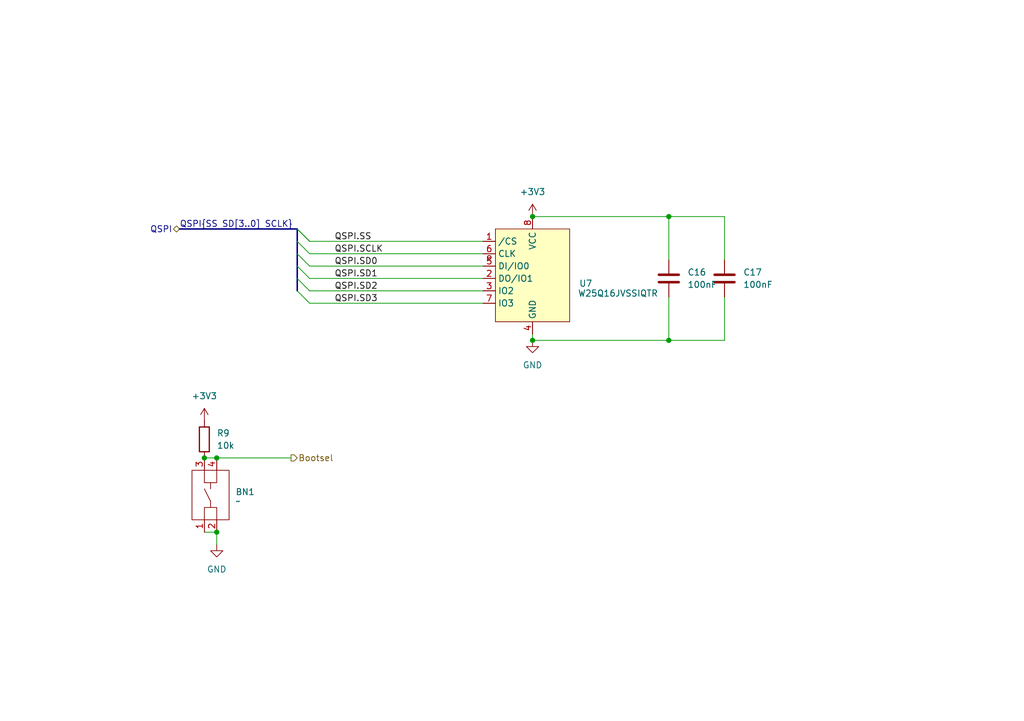
<source format=kicad_sch>
(kicad_sch (version 20250114) (generator "eeschema") (generator_version "9.0")
  (paper "A5")
  (lib_symbols
    (symbol "Device:C" (pin_numbers (hide yes)) (pin_names (offset 0.254))
      (property "Reference" "C" (at 0.635 2.54 0))
      (property "Value" "C" (at 0.635 -2.54 0))
      (symbol "C_0_1"
        (polyline (pts (xy -2.032 0.762) (xy 2.032 0.762)) (stroke (width 0.508)))
        (polyline (pts (xy -2.032 -0.762) (xy 2.032 -0.762)) (stroke (width 0.508)))
      )
      (symbol "C_1_1"
        (pin passive line (at 0 3.81 270) (length 2.794) (name "~") (number "1"))
        (pin passive line (at 0 -3.81 90) (length 2.794) (name "~") (number "2"))
      )
    )
    (symbol "Device:R" (pin_numbers (hide yes)) (pin_names (offset 0))
      (property "Reference" "R" (at 2.032 0 90))
      (property "Value" "R" (at 0 0 90))
      (symbol "R_0_1"
        (rectangle (start -1.016 -2.54) (end 1.016 2.54) (stroke (width 0.254)))
      )
      (symbol "R_1_1"
        (pin passive line (at 0 3.81 270) (length 1.27) (name "~") (number "1"))
        (pin passive line (at 0 -3.81 90) (length 1.27) (name "~") (number "2"))
      )
    )
    (symbol "components:Button"
      (property "Reference" "BN" (at -4.064 4.826 0))
      (symbol "Button_0_1"
        (rectangle (start -5.08 3.81) (end 5.08 -3.81))
        (polyline (pts (xy -5.08 1.27) (xy -2.54 1.27) (xy -2.54 -1.27) (xy -5.08 -1.27)))
        (polyline (pts (xy -2.54 0) (xy -1.27 0)))
        (polyline (pts (xy -1.27 0) (xy 1.27 1.27)))
        (polyline (pts (xy 1.27 0) (xy 2.54 0)))
        (polyline (pts (xy 5.08 1.27) (xy 2.54 1.27) (xy 2.54 -1.27) (xy 5.08 -1.27)))
      )
      (symbol "Button_1_1"
        (pin passive line (at -7.62 1.27 0) (length 2.54) (name "") (number "1"))
        (pin passive line (at -7.62 -1.27 0) (length 2.54) (name "") (number "2"))
        (pin passive line (at 7.62 1.27 180) (length 2.54) (name "") (number "3"))
        (pin passive line (at 7.62 -1.27 180) (length 2.54) (name "") (number "4"))
      )
    )
    (symbol "easyeda2kicad:W25Q16JVSSIQTR"
      (property "Reference" "U" (at 2.286 8.89 0))
      (property "Value" "W25Q16JVSSIQTR" (at 0 -8.89 0))
      (symbol "W25Q16JVSSIQTR_0_1"
        (circle (center -8.89 5.59) (radius 0.38))
        (circle (center -8.89 5.59) (radius 0.38))
        (rectangle (start -7.62 11.43) (end 7.62 -7.62) (fill (type background)))
        (pin unspecified line (at -10.16 8.89 0) (length 2.54) (name "/CS") (number "1"))
        (pin unspecified line (at -10.16 6.35 0) (length 2.54) (name "CLK") (number "6"))
        (pin unspecified line (at -10.16 3.81 0) (length 2.54) (name "DI/IO0") (number "5"))
        (pin unspecified line (at -10.16 1.27 0) (length 2.54) (name "DO/IO1") (number "2"))
        (pin unspecified line (at -10.16 -1.27 0) (length 2.54) (name "IO2") (number "3"))
        (pin unspecified line (at -10.16 -3.81 0) (length 2.54) (name "IO3") (number "7"))
        (pin unspecified line (at 0 13.97 270) (length 2.54) (name "VCC") (number "8"))
        (pin unspecified line (at 0 -10.16 90) (length 2.54) (name "GND") (number "4"))
      )
    )
    (symbol "power:+3V3" (power) (pin_numbers (hide yes)) (pin_names (offset 0) (hide yes))
      (property "Value" "+3V3" (at 0 3.556 0))
      (symbol "+3V3_0_1"
        (polyline (pts (xy -0.762 1.27) (xy 0 2.54)))
        (polyline (pts (xy 0 2.54) (xy 0.762 1.27)))
        (polyline (pts (xy 0 0) (xy 0 2.54)))
      )
      (symbol "+3V3_1_1"
        (pin power_in line (at 0 0 90) (length 0) (name "~") (number "1"))
      )
    )
    (symbol "power:GND" (power) (pin_numbers (hide yes)) (pin_names (offset 0) (hide yes))
      (property "Value" "GND" (at 0 -3.81 0))
      (symbol "GND_0_1"
        (polyline (pts (xy 0 0) (xy 0 -1.27) (xy 1.27 -1.27) (xy 0 -2.54) (xy -1.27 -1.27) (xy 0 -1.27)))
      )
      (symbol "GND_1_1"
        (pin power_in line (at 0 0 270) (length 0) (name "~") (number "1"))
      )
    )
  )
  (junction (at 137.16 44.45))
  (junction (at 41.91 93.98))
  (junction (at 109.22 44.45))
  (junction (at 44.45 93.98))
  (junction (at 109.22 69.85))
  (junction (at 137.16 69.85))
  (junction (at 44.45 109.22))
  (bus_entry (at 63.5 49.53) (size -2.54 -2.54))
  (bus_entry (at 63.5 52.07) (size -2.54 -2.54))
  (bus_entry (at 63.5 57.15) (size -2.54 -2.54))
  (bus_entry (at 63.5 54.61) (size -2.54 -2.54))
  (bus_entry (at 63.5 62.23) (size -2.54 -2.54))
  (bus_entry (at 63.5 59.69) (size -2.54 -2.54))
  (bus_entry (at 60.96 46.99) (size 2.54 2.54))
  (wire (pts (xy 41.91 109.22) (xy 44.45 109.22)))
  (bus (pts (xy 60.96 52.07) (xy 60.96 54.61)))
  (wire (pts (xy 44.45 93.98) (xy 59.69 93.98)))
  (wire (pts (xy 137.16 69.85) (xy 109.22 69.85)))
  (wire (pts (xy 148.59 60.96) (xy 148.59 69.85)))
  (bus (pts (xy 60.96 54.61) (xy 60.96 57.15)))
  (wire (pts (xy 137.16 44.45) (xy 109.22 44.45)))
  (wire (pts (xy 63.5 62.23) (xy 99.06 62.23)))
  (wire (pts (xy 109.22 68.58) (xy 109.22 69.85)))
  (wire (pts (xy 44.45 111.76) (xy 44.45 109.22)))
  (wire (pts (xy 148.59 44.45) (xy 137.16 44.45)))
  (wire (pts (xy 63.5 57.15) (xy 99.06 57.15)))
  (wire (pts (xy 137.16 44.45) (xy 137.16 53.34)))
  (wire (pts (xy 41.91 93.98) (xy 44.45 93.98)))
  (wire (pts (xy 148.59 53.34) (xy 148.59 44.45)))
  (wire (pts (xy 148.59 69.85) (xy 137.16 69.85)))
  (wire (pts (xy 63.5 52.07) (xy 99.06 52.07)))
  (wire (pts (xy 63.5 54.61) (xy 99.06 54.61)))
  (bus (pts (xy 60.96 57.15) (xy 60.96 59.69)))
  (bus (pts (xy 36.83 46.99) (xy 60.96 46.99)))
  (wire (pts (xy 137.16 60.96) (xy 137.16 69.85)))
  (wire (pts (xy 63.5 59.69) (xy 99.06 59.69)))
  (bus (pts (xy 60.96 49.53) (xy 60.96 52.07)))
  (wire (pts (xy 63.5 49.53) (xy 99.06 49.53)))
  (bus (pts (xy 60.96 46.99) (xy 60.96 49.53)))
  (label "QSPI.SCLK" (at 68.58 52.07 0))
  (label "QSPI.SD2" (at 68.58 59.69 0))
  (label "QSPI.SD1" (at 68.58 57.15 0))
  (label "QSPI{SS SD[3..0] SCLK}" (at 36.83 46.99 0))
  (label "QSPI.SS" (at 68.58 49.53 0))
  (label "QSPI.SD3" (at 68.58 62.23 0))
  (label "QSPI.SD0" (at 68.58 54.61 0))
  (hierarchical_label "QSPI" (shape bidirectional) (at 36.83 46.99 180))
  (hierarchical_label "Bootsel" (shape output) (at 59.69 93.98 0))
  (symbol (lib_id "Device:C") (at 137.16 57.15 0) (unit 1)
    (property "Reference" "C16" (at 140.97 55.8799 0) (effects (justify left)))
    (property "Value" "100nF" (at 140.97 58.4199 0) (effects (justify left)))
    (property "Footprint" "Capacitor_SMD:C_0805_2012Metric_Pad1.18x1.45mm_HandSolder" (effects (hide yes)))
    (property "Description" "Unpolarized capacitor" (effects (hide yes)))
  )
  (symbol (lib_id "power:GND") (at 44.45 111.76 0) (unit 1)
    (property "Reference" "#PWR025" (effects (hide yes)))
    (property "Value" "GND" (at 44.45 116.84 0))
    (property "Description" "Power symbol creates a global label with name \"GND\" , ground" (effects (hide yes)))
  )
  (symbol (lib_id "power:GND") (at 109.22 69.85 0) (unit 1)
    (property "Reference" "#PWR022" (effects (hide yes)))
    (property "Value" "GND" (at 109.22 74.93 0))
    (property "Description" "Power symbol creates a global label with name \"GND\" , ground" (effects (hide yes)))
  )
  (symbol (lib_id "power:+3V3") (at 41.91 86.36 0) (unit 1)
    (property "Reference" "#PWR024" (effects (hide yes)))
    (property "Value" "+3V3" (at 41.91 81.28 0))
    (property "Description" "Power symbol creates a global label with name \"+3V3\"" (effects (hide yes)))
  )
  (symbol (lib_id "Device:C") (at 148.59 57.15 0) (unit 1)
    (property "Reference" "C17" (at 152.4 55.8799 0) (effects (justify left)))
    (property "Value" "100nF" (at 152.4 58.4199 0) (effects (justify left)))
    (property "Footprint" "Capacitor_SMD:C_0805_2012Metric_Pad1.18x1.45mm_HandSolder" (effects (hide yes)))
    (property "Description" "Unpolarized capacitor" (effects (hide yes)))
  )
  (symbol (lib_id "easyeda2kicad:W25Q16JVSSIQTR") (at 109.22 58.42 0) (unit 1)
    (property "Reference" "U7" (at 120.142 58.166 0))
    (property "Value" "W25Q16JVSSIQTR" (at 126.746 60.198 0))
    (property "Footprint" "easyeda2kicad:SOIC-8_L5.3-W5.3-P1.27-LS8.0-BL" (effects (hide yes)))
    (property "Datasheet" "https://lcsc.com/product-detail/FLASH_W25Q16JVSSIQTR_C131025.html" (effects (hide yes)))
    (property "LCSC Part" "C131025" (effects (hide yes)))
  )
  (symbol (lib_id "Device:R") (at 41.91 90.17 0) (unit 1)
    (property "Reference" "R9" (at 44.45 88.8999 0) (effects (justify left)))
    (property "Value" "10k" (at 44.45 91.4399 0) (effects (justify left)))
    (property "Footprint" "Resistor_SMD:R_0402_1005Metric" (effects (hide yes)))
    (property "Description" "Resistor" (effects (hide yes)))
  )
  (symbol (lib_id "components:Button") (at 43.18 101.6 90) (unit 1)
    (property "Reference" "BN1" (at 48.26 100.9649 90) (effects (justify right)))
    (property "Value" "~" (at 48.26 102.87 90) (effects (justify right)))
    (property "Footprint" "components:button" (effects (hide yes)))
  )
  (symbol (lib_id "power:+3V3") (at 109.22 44.45 0) (unit 1)
    (property "Reference" "#PWR023" (effects (hide yes)))
    (property "Value" "+3V3" (at 109.22 39.37 0))
    (property "Description" "Power symbol creates a global label with name \"+3V3\"" (effects (hide yes)))
  )
)
</source>
